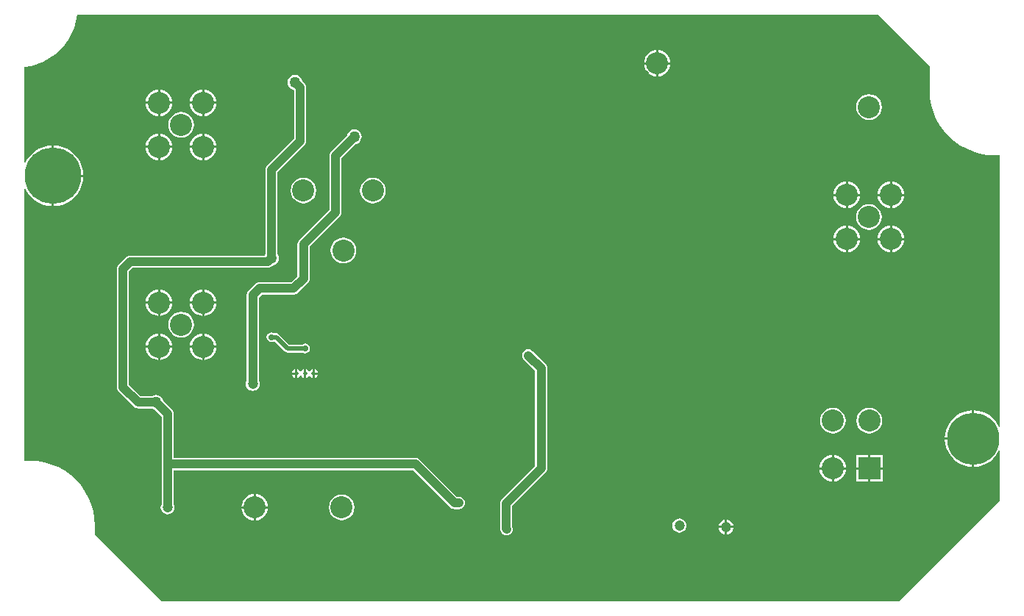
<source format=gbl>
G04 Layer_Physical_Order=2*
G04 Layer_Color=255*
%FSLAX44Y44*%
%MOMM*%
G71*
G01*
G75*
%ADD41C,1.0000*%
%ADD43C,1.0000*%
%ADD45C,0.5000*%
%ADD51C,0.5000*%
%ADD52C,2.5400*%
%ADD53R,2.5400X2.5400*%
%ADD54C,1.2000*%
%ADD55C,6.0000*%
%ADD56C,6.5000*%
%ADD57C,0.7000*%
%ADD58C,1.2700*%
G36*
X11565000Y2745000D02*
X11576993Y2733006D01*
Y2705234D01*
X11576941D01*
X11577411Y2696880D01*
X11578812Y2688630D01*
X11581128Y2680590D01*
X11584331Y2672859D01*
X11588378Y2665535D01*
X11593220Y2658711D01*
X11598796Y2652472D01*
X11605035Y2646896D01*
X11611859Y2642054D01*
X11619183Y2638006D01*
X11626914Y2634804D01*
X11634955Y2632487D01*
X11643204Y2631086D01*
X11651559Y2630617D01*
Y2630670D01*
X11657994D01*
Y2317836D01*
X11656748Y2317588D01*
X11656141Y2319053D01*
X11653466Y2323420D01*
X11650139Y2327315D01*
X11646244Y2330641D01*
X11641877Y2333317D01*
X11637145Y2335277D01*
X11632164Y2336473D01*
X11628329Y2336775D01*
Y2304234D01*
Y2271694D01*
X11632164Y2271996D01*
X11637145Y2273191D01*
X11641877Y2275151D01*
X11646244Y2277827D01*
X11650139Y2281154D01*
X11653466Y2285049D01*
X11656141Y2289416D01*
X11656748Y2290880D01*
X11657994Y2290633D01*
Y2232994D01*
X11640000Y2215000D01*
X11541799Y2116799D01*
X10693201D01*
X10650000Y2160000D01*
X10616123Y2193877D01*
Y2204234D01*
X10616176D01*
X10615707Y2212589D01*
X10614305Y2220838D01*
X10611989Y2228879D01*
X10608787Y2236609D01*
X10604739Y2243933D01*
X10599896Y2250757D01*
X10594321Y2256997D01*
X10588082Y2262572D01*
X10581257Y2267415D01*
X10573934Y2271462D01*
X10566204Y2274664D01*
X10558163Y2276981D01*
X10549913Y2278382D01*
X10541559Y2278852D01*
Y2278799D01*
X10535123D01*
Y2591553D01*
X10536368Y2591801D01*
X10536682Y2591043D01*
X10539564Y2586340D01*
X10543147Y2582146D01*
X10547340Y2578564D01*
X10552043Y2575683D01*
X10557139Y2573572D01*
X10562501Y2572285D01*
X10566730Y2571952D01*
Y2607000D01*
Y2642048D01*
X10562501Y2641716D01*
X10557139Y2640428D01*
X10552043Y2638317D01*
X10547340Y2635435D01*
X10543147Y2631854D01*
X10539564Y2627660D01*
X10536682Y2622957D01*
X10536368Y2622199D01*
X10535123Y2622447D01*
Y2732051D01*
X10535240Y2732058D01*
X10542825Y2733346D01*
X10550219Y2735476D01*
X10557327Y2738421D01*
X10564060Y2742142D01*
X10570334Y2746595D01*
X10576072Y2751721D01*
X10581199Y2757458D01*
X10585651Y2763733D01*
X10589373Y2770466D01*
X10592317Y2777574D01*
X10594446Y2784968D01*
X10595735Y2792552D01*
X10595742Y2792669D01*
X11517330D01*
X11565000Y2745000D01*
D02*
G37*
%LPC*%
G36*
X10856730Y2384136D02*
X10856034Y2383997D01*
X10854366Y2382884D01*
X10853763Y2381982D01*
X10852236D01*
X10851633Y2382884D01*
X10849967Y2383997D01*
X10849270Y2384136D01*
Y2379250D01*
Y2374364D01*
X10849967Y2374502D01*
X10851633Y2375616D01*
X10852236Y2376518D01*
X10853763D01*
X10854366Y2375616D01*
X10856034Y2374502D01*
X10856730Y2374364D01*
Y2379250D01*
Y2384136D01*
D02*
G37*
G36*
X10869270D02*
Y2380520D01*
X10872886D01*
X10872748Y2381216D01*
X10871633Y2382884D01*
X10869967Y2383997D01*
X10869270Y2384136D01*
D02*
G37*
G36*
X10705288Y2408830D02*
X10691370D01*
Y2394911D01*
X10693087Y2395081D01*
X10695961Y2395952D01*
X10698608Y2397367D01*
X10700929Y2399272D01*
X10702833Y2401592D01*
X10704248Y2404240D01*
X10705120Y2407112D01*
X10705288Y2408830D01*
D02*
G37*
G36*
X10688831D02*
X10674911D01*
X10675081Y2407112D01*
X10675952Y2404240D01*
X10677367Y2401592D01*
X10679271Y2399272D01*
X10681592Y2397367D01*
X10684240Y2395952D01*
X10687112Y2395081D01*
X10688831Y2394911D01*
Y2408830D01*
D02*
G37*
G36*
X10756089D02*
X10742170D01*
Y2394911D01*
X10743888Y2395081D01*
X10746760Y2395952D01*
X10749408Y2397367D01*
X10751729Y2399272D01*
X10753633Y2401592D01*
X10755048Y2404240D01*
X10755919Y2407112D01*
X10756089Y2408830D01*
D02*
G37*
G36*
X10872886Y2377980D02*
X10869270D01*
Y2374364D01*
X10869967Y2374502D01*
X10871633Y2375616D01*
X10872748Y2377283D01*
X10872886Y2377980D01*
D02*
G37*
G36*
X10846730Y2377980D02*
X10843114D01*
X10843252Y2377283D01*
X10844366Y2375616D01*
X10846034Y2374502D01*
X10846730Y2374364D01*
Y2377980D01*
D02*
G37*
G36*
X10859270Y2384136D02*
Y2379250D01*
Y2374364D01*
X10859967Y2374502D01*
X10861633Y2375616D01*
X10862236Y2376518D01*
X10863763D01*
X10864366Y2375616D01*
X10866034Y2374502D01*
X10866730Y2374364D01*
Y2379250D01*
Y2384136D01*
X10866034Y2383997D01*
X10864366Y2382884D01*
X10863763Y2381982D01*
X10862236D01*
X10861633Y2382884D01*
X10859967Y2383997D01*
X10859270Y2384136D01*
D02*
G37*
G36*
X10915000Y2660422D02*
X10912820Y2660135D01*
X10910789Y2659294D01*
X10909044Y2657955D01*
X10907706Y2656211D01*
X10906865Y2654180D01*
X10906815Y2653800D01*
X10888008Y2634992D01*
X10886886Y2633530D01*
X10886180Y2631827D01*
X10885940Y2630000D01*
Y2567924D01*
X10851508Y2533492D01*
X10850386Y2532030D01*
X10849680Y2530327D01*
X10849440Y2528500D01*
Y2491425D01*
X10842325Y2484310D01*
X10805750D01*
X10803922Y2484070D01*
X10802219Y2483365D01*
X10800758Y2482242D01*
X10793040Y2474524D01*
X10791918Y2473062D01*
X10791212Y2471359D01*
X10790972Y2469532D01*
Y2371092D01*
X10790238Y2369321D01*
X10789963Y2367232D01*
X10790238Y2365144D01*
X10791044Y2363198D01*
X10792327Y2361527D01*
X10793998Y2360244D01*
X10795944Y2359438D01*
X10798032Y2359163D01*
X10800120Y2359438D01*
X10802067Y2360244D01*
X10803738Y2361527D01*
X10805020Y2363198D01*
X10805826Y2365144D01*
X10806101Y2367232D01*
X10805826Y2369321D01*
X10805093Y2371092D01*
Y2466607D01*
X10808674Y2470190D01*
X10845250D01*
X10847078Y2470430D01*
X10848781Y2471136D01*
X10850243Y2472258D01*
X10861493Y2483508D01*
X10862615Y2484970D01*
X10863320Y2486673D01*
X10863561Y2488500D01*
Y2525576D01*
X10897992Y2560008D01*
X10899115Y2561470D01*
X10899819Y2563173D01*
X10900060Y2565000D01*
Y2627076D01*
X10916799Y2643815D01*
X10917180Y2643865D01*
X10919211Y2644706D01*
X10920956Y2646045D01*
X10922294Y2647789D01*
X10923135Y2649820D01*
X10923422Y2652000D01*
X10923135Y2654180D01*
X10922294Y2656211D01*
X10920956Y2657955D01*
X10919211Y2659294D01*
X10917180Y2660135D01*
X10915000Y2660422D01*
D02*
G37*
G36*
X10846730Y2384136D02*
X10846034Y2383997D01*
X10844366Y2382884D01*
X10843252Y2381216D01*
X10843114Y2380520D01*
X10846730D01*
Y2384136D01*
D02*
G37*
G36*
X10739630Y2408830D02*
X10725712D01*
X10725880Y2407112D01*
X10726752Y2404240D01*
X10728167Y2401592D01*
X10730072Y2399272D01*
X10732393Y2397367D01*
X10735040Y2395952D01*
X10737913Y2395081D01*
X10739630Y2394911D01*
Y2408830D01*
D02*
G37*
G36*
X10756089Y2459630D02*
X10742170D01*
Y2445711D01*
X10743888Y2445880D01*
X10746760Y2446752D01*
X10749408Y2448167D01*
X10751729Y2450072D01*
X10753633Y2452392D01*
X10755048Y2455040D01*
X10755919Y2457912D01*
X10756089Y2459630D01*
D02*
G37*
G36*
X10705288D02*
X10691370D01*
Y2445711D01*
X10693087Y2445880D01*
X10695961Y2446752D01*
X10698608Y2448167D01*
X10700929Y2450072D01*
X10702833Y2452392D01*
X10704248Y2455040D01*
X10705120Y2457912D01*
X10705288Y2459630D01*
D02*
G37*
G36*
X10688831D02*
X10674911D01*
X10675081Y2457912D01*
X10675952Y2455040D01*
X10677367Y2452392D01*
X10679271Y2450072D01*
X10681592Y2448167D01*
X10684240Y2446752D01*
X10687112Y2445880D01*
X10688831Y2445711D01*
Y2459630D01*
D02*
G37*
G36*
Y2476089D02*
X10687112Y2475919D01*
X10684240Y2475048D01*
X10681592Y2473633D01*
X10679271Y2471729D01*
X10677367Y2469408D01*
X10675952Y2466760D01*
X10675081Y2463888D01*
X10674911Y2462170D01*
X10688831D01*
Y2476089D01*
D02*
G37*
G36*
X10739630Y2459630D02*
X10725712D01*
X10725880Y2457912D01*
X10726752Y2455040D01*
X10728167Y2452392D01*
X10730072Y2450072D01*
X10732393Y2448167D01*
X10735040Y2446752D01*
X10737913Y2445880D01*
X10739630Y2445711D01*
Y2459630D01*
D02*
G37*
G36*
X10715500Y2450327D02*
X10711663Y2449822D01*
X10708087Y2448340D01*
X10705016Y2445984D01*
X10702660Y2442913D01*
X10701178Y2439337D01*
X10700673Y2435500D01*
X10701178Y2431662D01*
X10702660Y2428087D01*
X10705016Y2425016D01*
X10708087Y2422660D01*
X10711663Y2421178D01*
X10715500Y2420673D01*
X10719337Y2421178D01*
X10722914Y2422660D01*
X10725984Y2425016D01*
X10728340Y2428087D01*
X10729822Y2431662D01*
X10730327Y2435500D01*
X10729822Y2439337D01*
X10728340Y2442913D01*
X10725984Y2445984D01*
X10722914Y2448340D01*
X10719337Y2449822D01*
X10715500Y2450327D01*
D02*
G37*
G36*
X10688831Y2425289D02*
X10687112Y2425119D01*
X10684240Y2424248D01*
X10681592Y2422833D01*
X10679271Y2420928D01*
X10677367Y2418608D01*
X10675952Y2415960D01*
X10675081Y2413088D01*
X10674911Y2411370D01*
X10688831D01*
Y2425289D01*
D02*
G37*
G36*
X10819500Y2426608D02*
X10817354Y2426181D01*
X10815535Y2424965D01*
X10814319Y2423146D01*
X10813893Y2421000D01*
X10814319Y2418854D01*
X10815535Y2417035D01*
X10817354Y2415819D01*
X10819500Y2415392D01*
X10821646Y2415819D01*
X10822533Y2416412D01*
X10823099D01*
X10834973Y2404538D01*
X10836461Y2403544D01*
X10838218Y2403194D01*
X10855293D01*
X10855854Y2402819D01*
X10858000Y2402392D01*
X10860146Y2402819D01*
X10861965Y2404035D01*
X10863181Y2405854D01*
X10863607Y2408000D01*
X10863181Y2410146D01*
X10861965Y2411965D01*
X10860146Y2413181D01*
X10858000Y2413608D01*
X10855854Y2413181D01*
X10854641Y2412371D01*
X10840118D01*
X10828245Y2424244D01*
X10826755Y2425239D01*
X10825000Y2425588D01*
X10822533D01*
X10821646Y2426181D01*
X10819500Y2426608D01*
D02*
G37*
G36*
X10739630Y2425289D02*
X10737913Y2425119D01*
X10735040Y2424248D01*
X10732393Y2422833D01*
X10730072Y2420928D01*
X10728167Y2418608D01*
X10726752Y2415960D01*
X10725880Y2413088D01*
X10725712Y2411370D01*
X10739630D01*
Y2425289D01*
D02*
G37*
G36*
X10742170D02*
Y2411370D01*
X10756089D01*
X10755919Y2413088D01*
X10755048Y2415960D01*
X10753633Y2418608D01*
X10751729Y2420928D01*
X10749408Y2422833D01*
X10746760Y2424248D01*
X10743888Y2425119D01*
X10742170Y2425289D01*
D02*
G37*
G36*
X10691370D02*
Y2411370D01*
X10705289D01*
X10705120Y2413088D01*
X10704248Y2415960D01*
X10702833Y2418608D01*
X10700929Y2420928D01*
X10698608Y2422833D01*
X10695961Y2424248D01*
X10693087Y2425119D01*
X10691370Y2425289D01*
D02*
G37*
G36*
X11507500Y2339827D02*
X11503662Y2339322D01*
X11500087Y2337840D01*
X11497015Y2335484D01*
X11494659Y2332413D01*
X11493179Y2328837D01*
X11492673Y2325000D01*
X11493179Y2321163D01*
X11494659Y2317587D01*
X11497015Y2314516D01*
X11500087Y2312160D01*
X11503662Y2310678D01*
X11507500Y2310173D01*
X11511338Y2310678D01*
X11514913Y2312160D01*
X11517985Y2314516D01*
X11520341Y2317587D01*
X11521821Y2321163D01*
X11522327Y2325000D01*
X11521821Y2328837D01*
X11520341Y2332413D01*
X11517985Y2335484D01*
X11514913Y2337840D01*
X11511338Y2339322D01*
X11507500Y2339827D01*
D02*
G37*
G36*
X10815441Y2223817D02*
X10801522D01*
Y2209899D01*
X10803240Y2210068D01*
X10806112Y2210939D01*
X10808760Y2212354D01*
X10811080Y2214259D01*
X10812985Y2216579D01*
X10814399Y2219227D01*
X10815271Y2222100D01*
X10815441Y2223817D01*
D02*
G37*
G36*
X10798983D02*
X10785063D01*
X10785232Y2222100D01*
X10786104Y2219227D01*
X10787520Y2216579D01*
X10789424Y2214259D01*
X10791744Y2212354D01*
X10794392Y2210939D01*
X10797264Y2210068D01*
X10798983Y2209899D01*
Y2223817D01*
D02*
G37*
G36*
X10900251Y2239914D02*
X10896415Y2239409D01*
X10892838Y2237928D01*
X10889768Y2235571D01*
X10887412Y2232501D01*
X10885930Y2228925D01*
X10885425Y2225087D01*
X10885930Y2221250D01*
X10887412Y2217674D01*
X10889768Y2214603D01*
X10892838Y2212247D01*
X10896415Y2210766D01*
X10900251Y2210260D01*
X10904089Y2210766D01*
X10907665Y2212247D01*
X10910736Y2214603D01*
X10913092Y2217674D01*
X10914574Y2221250D01*
X10915079Y2225087D01*
X10914574Y2228925D01*
X10913092Y2232501D01*
X10910736Y2235571D01*
X10907665Y2237928D01*
X10904089Y2239409D01*
X10900251Y2239914D01*
D02*
G37*
G36*
X10798983Y2240276D02*
X10797264Y2240107D01*
X10794392Y2239235D01*
X10791744Y2237820D01*
X10789424Y2235916D01*
X10787520Y2233595D01*
X10786104Y2230948D01*
X10785232Y2228075D01*
X10785063Y2226357D01*
X10798983D01*
Y2240276D01*
D02*
G37*
G36*
X10846500Y2722922D02*
X10844320Y2722635D01*
X10842289Y2721794D01*
X10840544Y2720455D01*
X10839207Y2718711D01*
X10838365Y2716680D01*
X10838077Y2714500D01*
X10838365Y2712320D01*
X10839207Y2710289D01*
X10840544Y2708545D01*
X10842289Y2707206D01*
X10844320Y2706365D01*
X10844700Y2706315D01*
X10845439Y2705576D01*
Y2649925D01*
X10814508Y2618992D01*
X10813385Y2617530D01*
X10812681Y2615827D01*
X10812440Y2614000D01*
Y2516515D01*
X10812206Y2516211D01*
X10811730Y2515060D01*
X10657000D01*
X10655172Y2514820D01*
X10653469Y2514115D01*
X10652008Y2512992D01*
X10643507Y2504492D01*
X10642385Y2503030D01*
X10641680Y2501327D01*
X10641439Y2499500D01*
Y2363500D01*
X10641680Y2361673D01*
X10642385Y2359970D01*
X10643507Y2358508D01*
X10661007Y2341008D01*
X10662469Y2339886D01*
X10664172Y2339180D01*
X10666000Y2338940D01*
X10681985D01*
X10682289Y2338706D01*
X10684320Y2337865D01*
X10684700Y2337815D01*
X10692939Y2329576D01*
Y2275000D01*
Y2228849D01*
X10692223Y2227120D01*
X10691948Y2225032D01*
X10692223Y2222943D01*
X10693030Y2220997D01*
X10694312Y2219326D01*
X10695983Y2218044D01*
X10697930Y2217238D01*
X10700017Y2216963D01*
X10702106Y2217238D01*
X10704052Y2218044D01*
X10705724Y2219326D01*
X10707006Y2220997D01*
X10707811Y2222943D01*
X10708087Y2225032D01*
X10707811Y2227120D01*
X10707061Y2228934D01*
Y2267940D01*
X10982075D01*
X11025007Y2225008D01*
X11026470Y2223885D01*
X11028173Y2223180D01*
X11030000Y2222940D01*
X11035000D01*
X11036827Y2223180D01*
X11038530Y2223885D01*
X11039993Y2225008D01*
X11041115Y2226470D01*
X11041820Y2228173D01*
X11042061Y2230000D01*
X11041820Y2231827D01*
X11041115Y2233530D01*
X11039993Y2234993D01*
X11038530Y2236115D01*
X11036827Y2236820D01*
X11035000Y2237060D01*
X11032925D01*
X10989993Y2279992D01*
X10988530Y2281115D01*
X10986827Y2281820D01*
X10985000Y2282060D01*
X10707061D01*
Y2332500D01*
X10706820Y2334327D01*
X10706115Y2336030D01*
X10704993Y2337492D01*
X10694685Y2347800D01*
X10694635Y2348180D01*
X10693794Y2350211D01*
X10692455Y2351955D01*
X10690710Y2353294D01*
X10688679Y2354135D01*
X10686500Y2354422D01*
X10684320Y2354135D01*
X10682289Y2353294D01*
X10681985Y2353060D01*
X10668925D01*
X10655560Y2366425D01*
Y2496575D01*
X10659924Y2500940D01*
X10815500D01*
X10817328Y2501180D01*
X10819031Y2501886D01*
X10820492Y2503008D01*
X10821300Y2503815D01*
X10821680Y2503865D01*
X10823711Y2504706D01*
X10825455Y2506045D01*
X10826793Y2507789D01*
X10827635Y2509820D01*
X10827922Y2512000D01*
X10827635Y2514180D01*
X10826793Y2516211D01*
X10826560Y2516515D01*
Y2611075D01*
X10857493Y2642007D01*
X10858615Y2643470D01*
X10859320Y2645173D01*
X10859561Y2647000D01*
Y2708500D01*
X10859320Y2710327D01*
X10858615Y2712030D01*
X10857493Y2713492D01*
X10854685Y2716300D01*
X10854635Y2716680D01*
X10853794Y2718711D01*
X10852455Y2720455D01*
X10850710Y2721794D01*
X10848679Y2722635D01*
X10846500Y2722922D01*
D02*
G37*
G36*
X11343788Y2210978D02*
Y2203802D01*
X11350964D01*
X11350837Y2204761D01*
X11349977Y2206839D01*
X11348608Y2208623D01*
X11346825Y2209991D01*
X11344747Y2210852D01*
X11343788Y2210978D01*
D02*
G37*
G36*
X11341248Y2201262D02*
X11334071D01*
X11334198Y2200302D01*
X11335057Y2198225D01*
X11336427Y2196441D01*
X11338210Y2195072D01*
X11340288Y2194212D01*
X11341248Y2194085D01*
Y2201262D01*
D02*
G37*
G36*
X11115000Y2407060D02*
X11113173Y2406820D01*
X11111470Y2406115D01*
X11110007Y2404992D01*
X11108885Y2403530D01*
X11108180Y2401827D01*
X11107939Y2400000D01*
X11108180Y2398173D01*
X11108885Y2396470D01*
X11110007Y2395008D01*
X11122939Y2382076D01*
Y2272924D01*
X11084508Y2234492D01*
X11083385Y2233030D01*
X11082681Y2231327D01*
X11082440Y2229500D01*
Y2200500D01*
X11082681Y2198673D01*
X11083385Y2196970D01*
X11084508Y2195508D01*
X11085007Y2195007D01*
X11086470Y2193885D01*
X11088173Y2193180D01*
X11090000Y2192940D01*
X11091827Y2193180D01*
X11093530Y2193885D01*
X11094993Y2195007D01*
X11096115Y2196470D01*
X11096820Y2198173D01*
X11097061Y2200000D01*
X11096820Y2201827D01*
X11096560Y2202454D01*
Y2226575D01*
X11134993Y2265007D01*
X11136115Y2266470D01*
X11136820Y2268173D01*
X11137061Y2270000D01*
Y2385000D01*
X11136820Y2386827D01*
X11136115Y2388530D01*
X11134993Y2389993D01*
X11119993Y2404992D01*
X11118530Y2406115D01*
X11116827Y2406820D01*
X11115000Y2407060D01*
D02*
G37*
G36*
X11350964Y2201262D02*
X11343788D01*
Y2194085D01*
X11344747Y2194212D01*
X11346825Y2195072D01*
X11348608Y2196441D01*
X11349977Y2198225D01*
X11350837Y2200302D01*
X11350964Y2201262D01*
D02*
G37*
G36*
X11341248Y2210978D02*
X11340288Y2210852D01*
X11338210Y2209991D01*
X11336427Y2208623D01*
X11335057Y2206839D01*
X11334198Y2204761D01*
X11334071Y2203802D01*
X11341248D01*
Y2210978D01*
D02*
G37*
G36*
X11289017Y2212101D02*
X11286929Y2211826D01*
X11284983Y2211020D01*
X11283312Y2209737D01*
X11282030Y2208066D01*
X11281223Y2206120D01*
X11280948Y2204032D01*
X11281223Y2201943D01*
X11282030Y2199997D01*
X11283312Y2198326D01*
X11284983Y2197044D01*
X11286929Y2196238D01*
X11289017Y2195963D01*
X11291106Y2196238D01*
X11293052Y2197044D01*
X11294723Y2198326D01*
X11296006Y2199997D01*
X11296812Y2201943D01*
X11297086Y2204032D01*
X11296812Y2206120D01*
X11296006Y2208066D01*
X11294723Y2209737D01*
X11293052Y2211020D01*
X11291106Y2211826D01*
X11289017Y2212101D01*
D02*
G37*
G36*
X10801522Y2240276D02*
Y2226357D01*
X10815441D01*
X10815271Y2228075D01*
X10814399Y2230948D01*
X10812985Y2233595D01*
X10811080Y2235916D01*
X10808760Y2237820D01*
X10806112Y2239235D01*
X10803240Y2240107D01*
X10801522Y2240276D01*
D02*
G37*
G36*
X11522740Y2285240D02*
X11508770D01*
Y2271270D01*
X11522740D01*
Y2285240D01*
D02*
G37*
G36*
X11506229D02*
X11492260D01*
Y2271270D01*
X11506229D01*
Y2285240D01*
D02*
G37*
G36*
X11625789Y2302964D02*
X11594518D01*
X11594819Y2299128D01*
X11596016Y2294148D01*
X11597976Y2289416D01*
X11600652Y2285049D01*
X11603978Y2281154D01*
X11607872Y2277827D01*
X11612240Y2275151D01*
X11616971Y2273191D01*
X11621952Y2271996D01*
X11625789Y2271694D01*
Y2302964D01*
D02*
G37*
G36*
X11465500Y2339827D02*
X11461663Y2339321D01*
X11458087Y2337840D01*
X11455016Y2335484D01*
X11452660Y2332413D01*
X11451178Y2328837D01*
X11450673Y2325000D01*
X11451178Y2321162D01*
X11452660Y2317587D01*
X11455016Y2314516D01*
X11458087Y2312159D01*
X11461663Y2310678D01*
X11465500Y2310173D01*
X11469337Y2310678D01*
X11472914Y2312159D01*
X11475984Y2314516D01*
X11478340Y2317587D01*
X11479822Y2321162D01*
X11480327Y2325000D01*
X11479822Y2328837D01*
X11478340Y2332413D01*
X11475984Y2335484D01*
X11472914Y2337840D01*
X11469337Y2339321D01*
X11465500Y2339827D01*
D02*
G37*
G36*
X11625789Y2336775D02*
X11621952Y2336473D01*
X11616971Y2335277D01*
X11612240Y2333317D01*
X11607872Y2330641D01*
X11603978Y2327315D01*
X11600652Y2323420D01*
X11597976Y2319053D01*
X11596016Y2314321D01*
X11594819Y2309340D01*
X11594518Y2305504D01*
X11625789D01*
Y2336775D01*
D02*
G37*
G36*
X11466770Y2285189D02*
Y2271270D01*
X11480688D01*
X11480520Y2272988D01*
X11479648Y2275860D01*
X11478232Y2278508D01*
X11476328Y2280829D01*
X11474008Y2282733D01*
X11471360Y2284148D01*
X11468488Y2285020D01*
X11466770Y2285189D01*
D02*
G37*
G36*
X11522740Y2268730D02*
X11508770D01*
Y2254760D01*
X11522740D01*
Y2268730D01*
D02*
G37*
G36*
X11506229D02*
X11492260D01*
Y2254760D01*
X11506229D01*
Y2268730D01*
D02*
G37*
G36*
X11480688Y2268730D02*
X11466770D01*
Y2254811D01*
X11468488Y2254981D01*
X11471360Y2255852D01*
X11474008Y2257267D01*
X11476328Y2259172D01*
X11478232Y2261492D01*
X11479648Y2264140D01*
X11480520Y2267012D01*
X11480688Y2268730D01*
D02*
G37*
G36*
X11464230Y2285189D02*
X11462512Y2285020D01*
X11459640Y2284148D01*
X11456992Y2282733D01*
X11454672Y2280829D01*
X11452767Y2278508D01*
X11451351Y2275860D01*
X11450481Y2272988D01*
X11450311Y2271270D01*
X11464230D01*
Y2285189D01*
D02*
G37*
G36*
Y2268730D02*
X11450311D01*
X11450481Y2267012D01*
X11451351Y2264140D01*
X11452767Y2261492D01*
X11454672Y2259172D01*
X11456992Y2257267D01*
X11459640Y2255852D01*
X11462512Y2254981D01*
X11464230Y2254811D01*
Y2268730D01*
D02*
G37*
G36*
X10739630Y2476089D02*
X10737913Y2475919D01*
X10735040Y2475048D01*
X10732393Y2473633D01*
X10730072Y2471729D01*
X10728167Y2469408D01*
X10726752Y2466760D01*
X10725880Y2463888D01*
X10725712Y2462170D01*
X10739630D01*
Y2476089D01*
D02*
G37*
G36*
X10691370Y2655289D02*
Y2641370D01*
X10705288D01*
X10705120Y2643087D01*
X10704248Y2645960D01*
X10702833Y2648608D01*
X10700929Y2650929D01*
X10698608Y2652833D01*
X10695961Y2654248D01*
X10693087Y2655120D01*
X10691370Y2655289D01*
D02*
G37*
G36*
X10739630D02*
X10737913Y2655120D01*
X10735040Y2654248D01*
X10732393Y2652833D01*
X10730072Y2650929D01*
X10728167Y2648608D01*
X10726752Y2645960D01*
X10725880Y2643087D01*
X10725712Y2641370D01*
X10739630D01*
Y2655289D01*
D02*
G37*
G36*
X10742170D02*
Y2641370D01*
X10756089D01*
X10755919Y2643087D01*
X10755048Y2645960D01*
X10753633Y2648608D01*
X10751729Y2650929D01*
X10749408Y2652833D01*
X10746760Y2654248D01*
X10743888Y2655120D01*
X10742170Y2655289D01*
D02*
G37*
G36*
X11507252Y2700914D02*
X11503414Y2700409D01*
X11499839Y2698928D01*
X11496768Y2696571D01*
X11494412Y2693501D01*
X11492931Y2689925D01*
X11492426Y2686087D01*
X11492931Y2682250D01*
X11494412Y2678674D01*
X11496768Y2675603D01*
X11499839Y2673247D01*
X11503414Y2671766D01*
X11507252Y2671260D01*
X11511089Y2671766D01*
X11514666Y2673247D01*
X11517736Y2675603D01*
X11520093Y2678674D01*
X11521573Y2682250D01*
X11522079Y2686087D01*
X11521573Y2689925D01*
X11520093Y2693501D01*
X11517736Y2696571D01*
X11514666Y2698928D01*
X11511089Y2700409D01*
X11507252Y2700914D01*
D02*
G37*
G36*
X10715500Y2680327D02*
X10711663Y2679821D01*
X10708087Y2678340D01*
X10705016Y2675984D01*
X10702660Y2672914D01*
X10701178Y2669337D01*
X10700673Y2665500D01*
X10701178Y2661663D01*
X10702660Y2658087D01*
X10705016Y2655016D01*
X10708087Y2652660D01*
X10711663Y2651178D01*
X10715500Y2650673D01*
X10719337Y2651178D01*
X10722914Y2652660D01*
X10725984Y2655016D01*
X10728340Y2658087D01*
X10729822Y2661663D01*
X10730327Y2665500D01*
X10729822Y2669337D01*
X10728340Y2672914D01*
X10725984Y2675984D01*
X10722914Y2678340D01*
X10719337Y2679821D01*
X10715500Y2680327D01*
D02*
G37*
G36*
X10688831Y2655289D02*
X10687112Y2655120D01*
X10684240Y2654248D01*
X10681592Y2652833D01*
X10679271Y2650929D01*
X10677367Y2648608D01*
X10675952Y2645960D01*
X10675081Y2643087D01*
X10674911Y2641370D01*
X10688831D01*
Y2655289D01*
D02*
G37*
G36*
Y2638830D02*
X10674911D01*
X10675081Y2637112D01*
X10675952Y2634240D01*
X10677367Y2631592D01*
X10679271Y2629272D01*
X10681592Y2627367D01*
X10684240Y2625952D01*
X10687112Y2625081D01*
X10688831Y2624911D01*
Y2638830D01*
D02*
G37*
G36*
X10569270Y2642048D02*
Y2608270D01*
X10603048D01*
X10602716Y2612498D01*
X10601428Y2617861D01*
X10599318Y2622957D01*
X10596436Y2627660D01*
X10592854Y2631854D01*
X10588660Y2635435D01*
X10583958Y2638317D01*
X10578861Y2640428D01*
X10573499Y2641716D01*
X10569270Y2642048D01*
D02*
G37*
G36*
X10739630Y2638830D02*
X10725712D01*
X10725880Y2637112D01*
X10726752Y2634240D01*
X10728167Y2631592D01*
X10730072Y2629272D01*
X10732393Y2627367D01*
X10735040Y2625952D01*
X10737913Y2625081D01*
X10739630Y2624911D01*
Y2638830D01*
D02*
G37*
G36*
X10756089D02*
X10742170D01*
Y2624911D01*
X10743888Y2625081D01*
X10746760Y2625952D01*
X10749408Y2627367D01*
X10751729Y2629272D01*
X10753633Y2631592D01*
X10755048Y2634240D01*
X10755919Y2637112D01*
X10756089Y2638830D01*
D02*
G37*
G36*
X10705288D02*
X10691370D01*
Y2624911D01*
X10693087Y2625081D01*
X10695961Y2625952D01*
X10698608Y2627367D01*
X10700929Y2629272D01*
X10702833Y2631592D01*
X10704248Y2634240D01*
X10705120Y2637112D01*
X10705288Y2638830D01*
D02*
G37*
G36*
X10688831Y2689630D02*
X10674911D01*
X10675081Y2687912D01*
X10675952Y2685040D01*
X10677367Y2682392D01*
X10679271Y2680072D01*
X10681592Y2678167D01*
X10684240Y2676752D01*
X10687112Y2675880D01*
X10688831Y2675711D01*
Y2689630D01*
D02*
G37*
G36*
X11262230Y2735230D02*
X11248312D01*
X11248480Y2733512D01*
X11249352Y2730640D01*
X11250767Y2727992D01*
X11252672Y2725671D01*
X11254993Y2723767D01*
X11257639Y2722352D01*
X11260513Y2721480D01*
X11262230Y2721311D01*
Y2735230D01*
D02*
G37*
G36*
X10742170Y2706089D02*
Y2692170D01*
X10756089D01*
X10755919Y2693888D01*
X10755048Y2696760D01*
X10753633Y2699408D01*
X10751729Y2701729D01*
X10749408Y2703633D01*
X10746760Y2705048D01*
X10743888Y2705919D01*
X10742170Y2706089D01*
D02*
G37*
G36*
X11278689Y2735230D02*
X11264771D01*
Y2721311D01*
X11266488Y2721480D01*
X11269360Y2722352D01*
X11272008Y2723767D01*
X11274329Y2725671D01*
X11276233Y2727992D01*
X11277648Y2730640D01*
X11278519Y2733512D01*
X11278689Y2735230D01*
D02*
G37*
G36*
X11264771Y2751689D02*
Y2737770D01*
X11278689D01*
X11278519Y2739488D01*
X11277648Y2742360D01*
X11276233Y2745008D01*
X11274329Y2747328D01*
X11272008Y2749233D01*
X11269360Y2750648D01*
X11266488Y2751519D01*
X11264771Y2751689D01*
D02*
G37*
G36*
X11262230Y2751689D02*
X11260513Y2751519D01*
X11257639Y2750648D01*
X11254993Y2749233D01*
X11252672Y2747328D01*
X11250767Y2745008D01*
X11249352Y2742360D01*
X11248480Y2739488D01*
X11248312Y2737770D01*
X11262230D01*
Y2751689D01*
D02*
G37*
G36*
X10691370Y2706089D02*
Y2692170D01*
X10705288D01*
X10705120Y2693888D01*
X10704248Y2696760D01*
X10702833Y2699408D01*
X10700929Y2701729D01*
X10698608Y2703633D01*
X10695961Y2705048D01*
X10693087Y2705919D01*
X10691370Y2706089D01*
D02*
G37*
G36*
X10705288Y2689630D02*
X10691370D01*
Y2675711D01*
X10693087Y2675880D01*
X10695961Y2676752D01*
X10698608Y2678167D01*
X10700929Y2680072D01*
X10702833Y2682392D01*
X10704248Y2685040D01*
X10705120Y2687912D01*
X10705288Y2689630D01*
D02*
G37*
G36*
X10739630D02*
X10725712D01*
X10725880Y2687912D01*
X10726752Y2685040D01*
X10728167Y2682392D01*
X10730072Y2680072D01*
X10732393Y2678167D01*
X10735040Y2676752D01*
X10737913Y2675880D01*
X10739630Y2675711D01*
Y2689630D01*
D02*
G37*
G36*
X10756089D02*
X10742170D01*
Y2675711D01*
X10743888Y2675880D01*
X10746760Y2676752D01*
X10749408Y2678167D01*
X10751729Y2680072D01*
X10753633Y2682392D01*
X10755048Y2685040D01*
X10755919Y2687912D01*
X10756089Y2689630D01*
D02*
G37*
G36*
X10739630Y2706089D02*
X10737913Y2705919D01*
X10735040Y2705048D01*
X10732393Y2703633D01*
X10730072Y2701729D01*
X10728167Y2699408D01*
X10726752Y2696760D01*
X10725880Y2693888D01*
X10725712Y2692170D01*
X10739630D01*
Y2706089D01*
D02*
G37*
G36*
X10688831D02*
X10687112Y2705919D01*
X10684240Y2705048D01*
X10681592Y2703633D01*
X10679271Y2701729D01*
X10677367Y2699408D01*
X10675952Y2696760D01*
X10675081Y2693888D01*
X10674911Y2692170D01*
X10688831D01*
Y2706089D01*
D02*
G37*
G36*
X11480330Y2549289D02*
X11478612Y2549120D01*
X11475740Y2548248D01*
X11473092Y2546833D01*
X11470771Y2544928D01*
X11468867Y2542608D01*
X11467452Y2539960D01*
X11466581Y2537088D01*
X11466411Y2535370D01*
X11480330D01*
Y2549289D01*
D02*
G37*
G36*
X11531130Y2532830D02*
X11517211D01*
X11517380Y2531112D01*
X11518252Y2528240D01*
X11519667Y2525592D01*
X11521571Y2523272D01*
X11523892Y2521367D01*
X11526539Y2519952D01*
X11529413Y2519081D01*
X11531130Y2518911D01*
Y2532830D01*
D02*
G37*
G36*
Y2549289D02*
X11529413Y2549120D01*
X11526539Y2548248D01*
X11523892Y2546833D01*
X11521571Y2544928D01*
X11519667Y2542608D01*
X11518252Y2539960D01*
X11517380Y2537088D01*
X11517212Y2535370D01*
X11531130D01*
Y2549289D01*
D02*
G37*
G36*
X11533669Y2549289D02*
Y2535370D01*
X11547589D01*
X11547419Y2537088D01*
X11546548Y2539960D01*
X11545133Y2542608D01*
X11543229Y2544928D01*
X11540908Y2546833D01*
X11538260Y2548248D01*
X11535388Y2549120D01*
X11533669Y2549289D01*
D02*
G37*
G36*
X11482870D02*
Y2535370D01*
X11496788D01*
X11496620Y2537088D01*
X11495748Y2539960D01*
X11494333Y2542608D01*
X11492428Y2544928D01*
X11490107Y2546833D01*
X11487460Y2548248D01*
X11484587Y2549120D01*
X11482870Y2549289D01*
D02*
G37*
G36*
X11480330Y2532830D02*
X11466411D01*
X11466581Y2531112D01*
X11467452Y2528240D01*
X11468867Y2525592D01*
X11470771Y2523272D01*
X11473092Y2521367D01*
X11475740Y2519952D01*
X11478612Y2519081D01*
X11480330Y2518911D01*
Y2532830D01*
D02*
G37*
G36*
X10742170Y2476089D02*
Y2462170D01*
X10756089D01*
X10755919Y2463888D01*
X10755048Y2466760D01*
X10753633Y2469408D01*
X10751729Y2471729D01*
X10749408Y2473633D01*
X10746760Y2475048D01*
X10743888Y2475919D01*
X10742170Y2476089D01*
D02*
G37*
G36*
X10691370D02*
Y2462170D01*
X10705289D01*
X10705120Y2463888D01*
X10704248Y2466760D01*
X10702833Y2469408D01*
X10700929Y2471729D01*
X10698608Y2473633D01*
X10695961Y2475048D01*
X10693087Y2475919D01*
X10691370Y2476089D01*
D02*
G37*
G36*
X10902274Y2535732D02*
X10898436Y2535226D01*
X10894860Y2533745D01*
X10891790Y2531389D01*
X10889434Y2528318D01*
X10887952Y2524742D01*
X10887446Y2520905D01*
X10887952Y2517067D01*
X10889434Y2513491D01*
X10891790Y2510421D01*
X10894860Y2508064D01*
X10898436Y2506583D01*
X10902274Y2506078D01*
X10906111Y2506583D01*
X10909688Y2508064D01*
X10912758Y2510421D01*
X10915114Y2513491D01*
X10916595Y2517067D01*
X10917101Y2520905D01*
X10916595Y2524742D01*
X10915114Y2528318D01*
X10912758Y2531389D01*
X10909688Y2533745D01*
X10906111Y2535226D01*
X10902274Y2535732D01*
D02*
G37*
G36*
X11547589Y2532830D02*
X11533669D01*
Y2518911D01*
X11535388Y2519081D01*
X11538260Y2519952D01*
X11540908Y2521367D01*
X11543229Y2523272D01*
X11545133Y2525592D01*
X11546548Y2528240D01*
X11547419Y2531112D01*
X11547589Y2532830D01*
D02*
G37*
G36*
X11496788D02*
X11482870D01*
Y2518911D01*
X11484587Y2519081D01*
X11487460Y2519952D01*
X11490107Y2521367D01*
X11492428Y2523272D01*
X11494333Y2525592D01*
X11495748Y2528240D01*
X11496620Y2531112D01*
X11496788Y2532830D01*
D02*
G37*
G36*
X11507000Y2574327D02*
X11503163Y2573822D01*
X11499586Y2572340D01*
X11496516Y2569984D01*
X11494160Y2566913D01*
X11492678Y2563337D01*
X11492173Y2559500D01*
X11492678Y2555663D01*
X11494160Y2552087D01*
X11496516Y2549016D01*
X11499586Y2546660D01*
X11503163Y2545178D01*
X11507000Y2544673D01*
X11510837Y2545178D01*
X11514413Y2546660D01*
X11517484Y2549016D01*
X11519840Y2552087D01*
X11521322Y2555663D01*
X11521827Y2559500D01*
X11521322Y2563337D01*
X11519840Y2566913D01*
X11517484Y2569984D01*
X11514413Y2572340D01*
X11510837Y2573822D01*
X11507000Y2574327D01*
D02*
G37*
G36*
X11480330Y2600089D02*
X11478612Y2599919D01*
X11475740Y2599048D01*
X11473092Y2597633D01*
X11470771Y2595728D01*
X11468867Y2593408D01*
X11467452Y2590760D01*
X11466581Y2587888D01*
X11466411Y2586170D01*
X11480330D01*
Y2600089D01*
D02*
G37*
G36*
X10856252Y2604914D02*
X10852415Y2604409D01*
X10848839Y2602928D01*
X10845768Y2600572D01*
X10843412Y2597501D01*
X10841930Y2593925D01*
X10841426Y2590087D01*
X10841930Y2586250D01*
X10843412Y2582674D01*
X10845768Y2579603D01*
X10848839Y2577247D01*
X10852415Y2575766D01*
X10856252Y2575261D01*
X10860089Y2575766D01*
X10863666Y2577247D01*
X10866736Y2579603D01*
X10869092Y2582674D01*
X10870574Y2586250D01*
X10871079Y2590087D01*
X10870574Y2593925D01*
X10869092Y2597501D01*
X10866736Y2600572D01*
X10863666Y2602928D01*
X10860089Y2604409D01*
X10856252Y2604914D01*
D02*
G37*
G36*
X11531130Y2600089D02*
X11529413Y2599919D01*
X11526539Y2599048D01*
X11523892Y2597633D01*
X11521571Y2595728D01*
X11519667Y2593408D01*
X11518252Y2590760D01*
X11517380Y2587888D01*
X11517212Y2586170D01*
X11531130D01*
Y2600089D01*
D02*
G37*
G36*
X11533669Y2600089D02*
Y2586170D01*
X11547589D01*
X11547419Y2587888D01*
X11546548Y2590760D01*
X11545133Y2593408D01*
X11543229Y2595728D01*
X11540908Y2597633D01*
X11538260Y2599048D01*
X11535388Y2599919D01*
X11533669Y2600089D01*
D02*
G37*
G36*
X11482870D02*
Y2586170D01*
X11496788D01*
X11496620Y2587888D01*
X11495748Y2590760D01*
X11494333Y2593408D01*
X11492428Y2595728D01*
X11490107Y2597633D01*
X11487460Y2599048D01*
X11484587Y2599919D01*
X11482870Y2600089D01*
D02*
G37*
G36*
X10936252Y2604914D02*
X10932415Y2604409D01*
X10928839Y2602928D01*
X10925768Y2600572D01*
X10923412Y2597501D01*
X10921930Y2593925D01*
X10921426Y2590087D01*
X10921930Y2586250D01*
X10923412Y2582674D01*
X10925768Y2579603D01*
X10928839Y2577247D01*
X10932415Y2575766D01*
X10936252Y2575261D01*
X10940089Y2575766D01*
X10943666Y2577247D01*
X10946736Y2579603D01*
X10949092Y2582674D01*
X10950574Y2586250D01*
X10951079Y2590087D01*
X10950574Y2593925D01*
X10949092Y2597501D01*
X10946736Y2600572D01*
X10943666Y2602928D01*
X10940089Y2604409D01*
X10936252Y2604914D01*
D02*
G37*
G36*
X11547589Y2583630D02*
X11533669D01*
Y2569711D01*
X11535388Y2569880D01*
X11538260Y2570752D01*
X11540908Y2572167D01*
X11543229Y2574072D01*
X11545133Y2576392D01*
X11546548Y2579040D01*
X11547419Y2581913D01*
X11547589Y2583630D01*
D02*
G37*
G36*
X11496788D02*
X11482870D01*
Y2569711D01*
X11484587Y2569880D01*
X11487460Y2570752D01*
X11490107Y2572167D01*
X11492428Y2574072D01*
X11494333Y2576392D01*
X11495748Y2579040D01*
X11496620Y2581913D01*
X11496788Y2583630D01*
D02*
G37*
G36*
X11480330D02*
X11466411D01*
X11466581Y2581913D01*
X11467452Y2579040D01*
X11468867Y2576392D01*
X11470771Y2574072D01*
X11473092Y2572167D01*
X11475740Y2570752D01*
X11478612Y2569880D01*
X11480330Y2569711D01*
Y2583630D01*
D02*
G37*
G36*
X10603048Y2605730D02*
X10569270D01*
Y2571952D01*
X10573499Y2572285D01*
X10578861Y2573572D01*
X10583958Y2575683D01*
X10588660Y2578564D01*
X10592854Y2582146D01*
X10596436Y2586340D01*
X10599318Y2591043D01*
X10601428Y2596139D01*
X10602716Y2601501D01*
X10603048Y2605730D01*
D02*
G37*
G36*
X11531130Y2583630D02*
X11517211D01*
X11517380Y2581913D01*
X11518252Y2579040D01*
X11519667Y2576392D01*
X11521571Y2574072D01*
X11523892Y2572167D01*
X11526539Y2570752D01*
X11529413Y2569880D01*
X11531130Y2569711D01*
Y2583630D01*
D02*
G37*
%LPD*%
D41*
X11090000Y2200000D02*
D03*
X11035000Y2230000D02*
D03*
D43*
X11089500Y2200500D02*
X11090000Y2200000D01*
X11115000Y2400000D02*
X11130000Y2385000D01*
Y2270000D02*
Y2385000D01*
X11089500Y2229500D02*
X11130000Y2270000D01*
X11089500Y2200500D02*
Y2229500D01*
X10700000Y2275000D02*
Y2332500D01*
Y2225049D02*
Y2275000D01*
X11030000Y2230000D02*
X11035000D01*
X10985000Y2275000D02*
X11030000Y2230000D01*
X10700000Y2275000D02*
X10985000D01*
X10686500Y2346000D02*
X10700000Y2332500D01*
X10666000Y2346000D02*
X10686500D01*
X10798032Y2367232D02*
Y2469532D01*
X10805750Y2477250D02*
X10845250D01*
X10798032Y2469532D02*
X10805750Y2477250D01*
X10845250D02*
X10856500Y2488500D01*
X10648500Y2363500D02*
Y2499500D01*
X10815500Y2508000D02*
X10819500Y2512000D01*
X10657000Y2508000D02*
X10815500D01*
X10648500Y2499500D02*
X10657000Y2508000D01*
X10648500Y2363500D02*
X10666000Y2346000D01*
X10856500Y2488500D02*
Y2528500D01*
X10893000Y2565000D01*
Y2630000D01*
X10915000Y2652000D01*
X10852500Y2647000D02*
Y2708500D01*
X10846500Y2714500D02*
X10852500Y2708500D01*
X10819500Y2614000D02*
X10852500Y2647000D01*
X10819500Y2512000D02*
Y2614000D01*
D45*
X10825000Y2421000D02*
X10838218Y2407782D01*
X10857782D01*
X10819500Y2421000D02*
X10825000D01*
X10857782Y2407782D02*
X10858000Y2408000D01*
D51*
X10858000Y2379250D02*
D03*
X10868000D02*
D03*
X10848000D02*
D03*
D52*
X10715500Y2665500D02*
D03*
X10690100Y2690900D02*
D03*
Y2640100D02*
D03*
X10740900D02*
D03*
Y2690900D02*
D03*
X11532400Y2584900D02*
D03*
Y2534100D02*
D03*
X11481600D02*
D03*
Y2584900D02*
D03*
X11507000Y2559500D02*
D03*
X11507500Y2325000D02*
D03*
X11465500Y2270000D02*
D03*
Y2325000D02*
D03*
X10900251Y2225087D02*
D03*
X11263500Y2736500D02*
D03*
X10800251Y2225087D02*
D03*
X10740900Y2460900D02*
D03*
Y2410100D02*
D03*
X10690100D02*
D03*
Y2460900D02*
D03*
X10715500Y2435500D02*
D03*
X10856252Y2590087D02*
D03*
X11507252Y2686087D02*
D03*
X10936252Y2590087D02*
D03*
X10902274Y2520905D02*
D03*
D53*
X11507500Y2270000D02*
D03*
D54*
X11289017Y2204032D02*
D03*
X10700017Y2225032D02*
D03*
X10798032Y2367232D02*
D03*
X11342517Y2202532D02*
D03*
D55*
X11627058Y2304234D02*
D03*
D56*
X10568000Y2607000D02*
D03*
D57*
X11349872Y2674174D02*
D03*
X11115000Y2400000D02*
D03*
X11550000D02*
D03*
X11525000D02*
D03*
X11500000D02*
D03*
X11550000Y2425000D02*
D03*
X11525000D02*
D03*
X11500000D02*
D03*
X11525000Y2450000D02*
D03*
X11500000D02*
D03*
X11475000Y2400000D02*
D03*
Y2425000D02*
D03*
Y2450000D02*
D03*
X11450000Y2400000D02*
D03*
Y2425000D02*
D03*
Y2450000D02*
D03*
X11425000Y2400000D02*
D03*
Y2425000D02*
D03*
Y2450000D02*
D03*
X11400000Y2425000D02*
D03*
Y2450000D02*
D03*
X11375000D02*
D03*
X11350000D02*
D03*
X11325000D02*
D03*
X11300000D02*
D03*
X11275000D02*
D03*
X11250000D02*
D03*
X11225000D02*
D03*
X11375000Y2425000D02*
D03*
X11350000D02*
D03*
X11325000D02*
D03*
X11300000D02*
D03*
X11275000D02*
D03*
X11250000D02*
D03*
X11225000D02*
D03*
X11400000Y2400000D02*
D03*
X11375000D02*
D03*
X11350000D02*
D03*
X11325000D02*
D03*
X11300000D02*
D03*
X11275000D02*
D03*
X11250000D02*
D03*
X11225000D02*
D03*
X11475000Y2375000D02*
D03*
X11450000D02*
D03*
X11425000D02*
D03*
X11400000D02*
D03*
X11375000D02*
D03*
X11350000D02*
D03*
X11325000D02*
D03*
X11300000D02*
D03*
X11275000D02*
D03*
X11250000D02*
D03*
X11225000D02*
D03*
X11200000D02*
D03*
Y2400000D02*
D03*
Y2425000D02*
D03*
X11175000Y2375000D02*
D03*
Y2400000D02*
D03*
Y2425000D02*
D03*
X11200000Y2450000D02*
D03*
X11350000Y2475000D02*
D03*
X11325000D02*
D03*
X11300000D02*
D03*
X11275000D02*
D03*
X11250000D02*
D03*
X11225000D02*
D03*
X11200000D02*
D03*
X11375000D02*
D03*
X11400000D02*
D03*
X11425000D02*
D03*
X11450000D02*
D03*
X11475000D02*
D03*
X11500000D02*
D03*
X11525000D02*
D03*
X11500000Y2375000D02*
D03*
X11525000D02*
D03*
X11550000Y2175000D02*
D03*
X11525000D02*
D03*
X11500000D02*
D03*
X11475000D02*
D03*
X11450000D02*
D03*
X11425000D02*
D03*
X11400000D02*
D03*
X11375000D02*
D03*
X11350000D02*
D03*
X11325000D02*
D03*
X11300000D02*
D03*
X11275000D02*
D03*
X11250000D02*
D03*
X11575000Y2200000D02*
D03*
X11550000D02*
D03*
X11525000D02*
D03*
X11500000D02*
D03*
X11450000D02*
D03*
X11475000D02*
D03*
Y2245000D02*
D03*
X11450000Y2250000D02*
D03*
Y2225000D02*
D03*
X11475000D02*
D03*
X11500000D02*
D03*
X11525000D02*
D03*
X11550000D02*
D03*
X11575000D02*
D03*
Y2250000D02*
D03*
X11550000D02*
D03*
Y2275000D02*
D03*
X11575000D02*
D03*
X11550000Y2375000D02*
D03*
Y2350000D02*
D03*
Y2300000D02*
D03*
X11575000D02*
D03*
Y2325000D02*
D03*
Y2350000D02*
D03*
Y2375000D02*
D03*
Y2400000D02*
D03*
Y2425000D02*
D03*
X11425000Y2200000D02*
D03*
X11400000D02*
D03*
Y2225000D02*
D03*
X11425000D02*
D03*
Y2250000D02*
D03*
Y2275000D02*
D03*
X11400000Y2250000D02*
D03*
Y2275000D02*
D03*
X11375000Y2200000D02*
D03*
Y2225000D02*
D03*
Y2250000D02*
D03*
Y2275000D02*
D03*
X11325000D02*
D03*
Y2250000D02*
D03*
Y2225000D02*
D03*
X11300000D02*
D03*
X11325000Y2200000D02*
D03*
X11275000D02*
D03*
X11250000D02*
D03*
X11225000Y2350000D02*
D03*
X11175000D02*
D03*
X11200000D02*
D03*
Y2325000D02*
D03*
Y2150000D02*
D03*
X11225000D02*
D03*
Y2175000D02*
D03*
Y2200000D02*
D03*
X11210000Y2225000D02*
D03*
X11200000Y2235000D02*
D03*
X11175000D02*
D03*
X11195000Y2265000D02*
D03*
Y2280000D02*
D03*
Y2290000D02*
D03*
X11180000Y2265000D02*
D03*
Y2280000D02*
D03*
Y2290000D02*
D03*
X11195000Y2250000D02*
D03*
X11180000D02*
D03*
X11195000Y2300000D02*
D03*
X11180000D02*
D03*
X11050000Y2200000D02*
D03*
Y2175000D02*
D03*
Y2150000D02*
D03*
Y2125000D02*
D03*
X11075000D02*
D03*
X11175000D02*
D03*
X11150000D02*
D03*
X11125000D02*
D03*
X11100000D02*
D03*
X11165000Y2170000D02*
D03*
X11100000D02*
D03*
X11125000D02*
D03*
X11145000D02*
D03*
Y2190000D02*
D03*
X11100000Y2215000D02*
D03*
X11125000D02*
D03*
X11145000D02*
D03*
X11155000Y2235000D02*
D03*
Y2245000D02*
D03*
X11100000Y2275000D02*
D03*
Y2300000D02*
D03*
Y2325000D02*
D03*
X11050000D02*
D03*
X11075000D02*
D03*
Y2300000D02*
D03*
X11050000Y2275000D02*
D03*
X11075000D02*
D03*
Y2250000D02*
D03*
X11050000D02*
D03*
X11025000Y2200000D02*
D03*
X10725000Y2225000D02*
D03*
Y2200000D02*
D03*
X10650000D02*
D03*
X10675000D02*
D03*
Y2225000D02*
D03*
X10650000D02*
D03*
X10750000Y2200000D02*
D03*
Y2220000D02*
D03*
X10800000Y2200000D02*
D03*
X10775000D02*
D03*
Y2225000D02*
D03*
X10825000Y2200000D02*
D03*
Y2225000D02*
D03*
X10850000Y2200000D02*
D03*
Y2225000D02*
D03*
X10875000D02*
D03*
Y2200000D02*
D03*
X10900000D02*
D03*
X10925000D02*
D03*
X10950000D02*
D03*
X10975000D02*
D03*
X11000000D02*
D03*
X10925000Y2225000D02*
D03*
X10950000D02*
D03*
X10975000D02*
D03*
X11000000D02*
D03*
X10975000Y2250000D02*
D03*
X10950000D02*
D03*
X10925000D02*
D03*
X10875000D02*
D03*
X10850000D02*
D03*
X10825000D02*
D03*
X10800000D02*
D03*
X10775000D02*
D03*
X10750000D02*
D03*
X10725000D02*
D03*
X11025000Y2275000D02*
D03*
X10975000Y2300000D02*
D03*
X11000000D02*
D03*
Y2325000D02*
D03*
X10950000Y2300000D02*
D03*
X10925000D02*
D03*
X10875000D02*
D03*
X10850000D02*
D03*
X10825000D02*
D03*
X10800000D02*
D03*
X10775000D02*
D03*
X10750000D02*
D03*
X10725000D02*
D03*
X10675000Y2250000D02*
D03*
X10650000D02*
D03*
X10625000D02*
D03*
Y2275000D02*
D03*
X10650000D02*
D03*
X10675000D02*
D03*
Y2300000D02*
D03*
X10650000D02*
D03*
X10625000D02*
D03*
X10600000Y2275000D02*
D03*
Y2300000D02*
D03*
X10950000Y2320000D02*
D03*
X10925000D02*
D03*
X10830000Y2700000D02*
D03*
X10815000Y2685000D02*
D03*
X10920000Y2675000D02*
D03*
Y2635000D02*
D03*
Y2610000D02*
D03*
X10805000Y2555000D02*
D03*
X10820000Y2640000D02*
D03*
X10750000Y2620000D02*
D03*
X10725000D02*
D03*
X10750000Y2665000D02*
D03*
X10715000Y2700000D02*
D03*
X10775000D02*
D03*
X10725000Y2600000D02*
D03*
X10700000D02*
D03*
X10650000Y2575000D02*
D03*
Y2600000D02*
D03*
X10675000D02*
D03*
Y2625000D02*
D03*
X10650000D02*
D03*
X10675000Y2650000D02*
D03*
Y2675000D02*
D03*
X10650000Y2650000D02*
D03*
X10625000D02*
D03*
Y2675000D02*
D03*
X10650000D02*
D03*
Y2700000D02*
D03*
X10625000D02*
D03*
Y2725000D02*
D03*
X10650000D02*
D03*
X10675000D02*
D03*
X10700000D02*
D03*
X10725000D02*
D03*
X10750000D02*
D03*
X10775000D02*
D03*
X10800000D02*
D03*
X10825000D02*
D03*
X10875000D02*
D03*
X10900000Y2700000D02*
D03*
Y2725000D02*
D03*
X10925000D02*
D03*
Y2700000D02*
D03*
X10950000Y2675000D02*
D03*
X10975000Y2700000D02*
D03*
X10950000D02*
D03*
Y2725000D02*
D03*
X10975000D02*
D03*
X11000000D02*
D03*
Y2700000D02*
D03*
X11025000D02*
D03*
Y2725000D02*
D03*
X11050000Y2700000D02*
D03*
Y2725000D02*
D03*
X11075000D02*
D03*
X11100000D02*
D03*
X11125000D02*
D03*
X11150000D02*
D03*
X11175000D02*
D03*
X11200000D02*
D03*
X11225000D02*
D03*
X11250000D02*
D03*
X11150000Y2700000D02*
D03*
X11175000D02*
D03*
X11200000D02*
D03*
X11225000D02*
D03*
X11250000D02*
D03*
X11275000D02*
D03*
X11300000D02*
D03*
Y2725000D02*
D03*
X11325000D02*
D03*
X11350000D02*
D03*
X11375000D02*
D03*
X11400000D02*
D03*
X11425000D02*
D03*
X11450000D02*
D03*
Y2650000D02*
D03*
X11455000Y2675000D02*
D03*
X11475000D02*
D03*
X11525000Y2650000D02*
D03*
X11550000D02*
D03*
Y2670000D02*
D03*
Y2700000D02*
D03*
Y2725000D02*
D03*
X11525000D02*
D03*
X11500000D02*
D03*
X11475000D02*
D03*
Y2700000D02*
D03*
X11450000D02*
D03*
X11425000D02*
D03*
X11400000D02*
D03*
X11475000Y2650000D02*
D03*
X11375000Y2700000D02*
D03*
X11325000D02*
D03*
X11350000D02*
D03*
X11325000Y2675000D02*
D03*
X11300000D02*
D03*
X11275000D02*
D03*
Y2650000D02*
D03*
X11300000D02*
D03*
X11325000D02*
D03*
X11350000D02*
D03*
X11400000Y2625000D02*
D03*
X11375000D02*
D03*
X11350000D02*
D03*
X11325000D02*
D03*
X11300000D02*
D03*
X11275000D02*
D03*
X11175000Y2475000D02*
D03*
Y2450000D02*
D03*
X11125000D02*
D03*
X11150000D02*
D03*
X10965000D02*
D03*
X10625000Y2550000D02*
D03*
X10650000D02*
D03*
Y2525000D02*
D03*
X10700000D02*
D03*
X10675000D02*
D03*
X10740000D02*
D03*
X10750000Y2485000D02*
D03*
X10700000D02*
D03*
X10675000D02*
D03*
X10665000Y2400000D02*
D03*
Y2425000D02*
D03*
Y2450000D02*
D03*
Y2475000D02*
D03*
X11425000Y2625000D02*
D03*
X11450000D02*
D03*
X11475000D02*
D03*
X11375000Y2580000D02*
D03*
X11400000D02*
D03*
X11425000D02*
D03*
X11450000D02*
D03*
Y2600000D02*
D03*
X11425000D02*
D03*
X11400000D02*
D03*
X11375000D02*
D03*
X11350000D02*
D03*
X11325000D02*
D03*
X11300000D02*
D03*
X11275000D02*
D03*
X11250000D02*
D03*
Y2625000D02*
D03*
Y2650000D02*
D03*
Y2675000D02*
D03*
X11225000D02*
D03*
X11200000D02*
D03*
X11175000D02*
D03*
X11575000Y2450000D02*
D03*
X11550000D02*
D03*
Y2475000D02*
D03*
X11575000D02*
D03*
X11550000Y2525000D02*
D03*
Y2550000D02*
D03*
Y2600000D02*
D03*
X11525000Y2625000D02*
D03*
X11550000D02*
D03*
X11575000D02*
D03*
Y2600000D02*
D03*
Y2575000D02*
D03*
Y2550000D02*
D03*
Y2525000D02*
D03*
Y2500000D02*
D03*
X11550000D02*
D03*
X11525000D02*
D03*
X11500000D02*
D03*
X11475000D02*
D03*
X11450000Y2525000D02*
D03*
Y2500000D02*
D03*
X11425000Y2525000D02*
D03*
Y2500000D02*
D03*
X11400000D02*
D03*
Y2525000D02*
D03*
X11375000D02*
D03*
Y2500000D02*
D03*
X11350000D02*
D03*
Y2525000D02*
D03*
X11325000Y2500000D02*
D03*
X11275000Y2525000D02*
D03*
X11325000D02*
D03*
X11300000D02*
D03*
Y2500000D02*
D03*
X11275000D02*
D03*
X11250000D02*
D03*
X11225000D02*
D03*
X11200000D02*
D03*
X11175000D02*
D03*
X11190000Y2525000D02*
D03*
Y2550000D02*
D03*
Y2575000D02*
D03*
X11150000Y2675000D02*
D03*
X11130000Y2650000D02*
D03*
Y2625000D02*
D03*
Y2610000D02*
D03*
X11175000Y2575000D02*
D03*
Y2550000D02*
D03*
Y2525000D02*
D03*
X11150000Y2500000D02*
D03*
Y2475000D02*
D03*
X11125000Y2675000D02*
D03*
Y2700000D02*
D03*
X11100000Y2675000D02*
D03*
Y2700000D02*
D03*
X11075000D02*
D03*
Y2675000D02*
D03*
X11050000Y2650000D02*
D03*
Y2675000D02*
D03*
X11025000D02*
D03*
Y2650000D02*
D03*
X11000000D02*
D03*
Y2675000D02*
D03*
X10975000D02*
D03*
Y2650000D02*
D03*
X11050000Y2625000D02*
D03*
X11025000D02*
D03*
X11000000D02*
D03*
X10975000D02*
D03*
X10950000D02*
D03*
Y2605000D02*
D03*
X10975000D02*
D03*
X11000000D02*
D03*
X11050000D02*
D03*
X11025000D02*
D03*
X10840000Y2610000D02*
D03*
X10875000Y2605000D02*
D03*
X10880000Y2570000D02*
D03*
X10915000D02*
D03*
X10935000D02*
D03*
X10965000D02*
D03*
X10825000Y2455000D02*
D03*
X10625000Y2350000D02*
D03*
Y2375000D02*
D03*
Y2400000D02*
D03*
Y2425000D02*
D03*
Y2450000D02*
D03*
Y2470000D02*
D03*
Y2500000D02*
D03*
Y2525000D02*
D03*
X10855000Y2625000D02*
D03*
X10860000Y2550000D02*
D03*
X10835000Y2525000D02*
D03*
Y2500000D02*
D03*
X10925000Y2475000D02*
D03*
X10900000D02*
D03*
X10875000D02*
D03*
X10775000D02*
D03*
Y2450000D02*
D03*
Y2425000D02*
D03*
Y2400000D02*
D03*
X10700000Y2375000D02*
D03*
X10675000D02*
D03*
X10625000Y2625000D02*
D03*
Y2600000D02*
D03*
Y2575000D02*
D03*
X10600000Y2550000D02*
D03*
Y2525000D02*
D03*
Y2500000D02*
D03*
Y2475000D02*
D03*
Y2450000D02*
D03*
Y2425000D02*
D03*
Y2400000D02*
D03*
Y2375000D02*
D03*
Y2350000D02*
D03*
Y2325000D02*
D03*
X10625000D02*
D03*
X10650000D02*
D03*
X10675000D02*
D03*
X10725000Y2320000D02*
D03*
X10750000D02*
D03*
X10775000D02*
D03*
X10800000D02*
D03*
X10875000D02*
D03*
X10850000D02*
D03*
X10820000D02*
D03*
X10925000Y2385000D02*
D03*
Y2400000D02*
D03*
X10885000Y2405000D02*
D03*
X10920000Y2420000D02*
D03*
X10819500Y2421000D02*
D03*
X10858000Y2408000D02*
D03*
D58*
X10915000Y2652000D02*
D03*
X10846500Y2714500D02*
D03*
X10686500Y2346000D02*
D03*
X10819500Y2512000D02*
D03*
M02*

</source>
